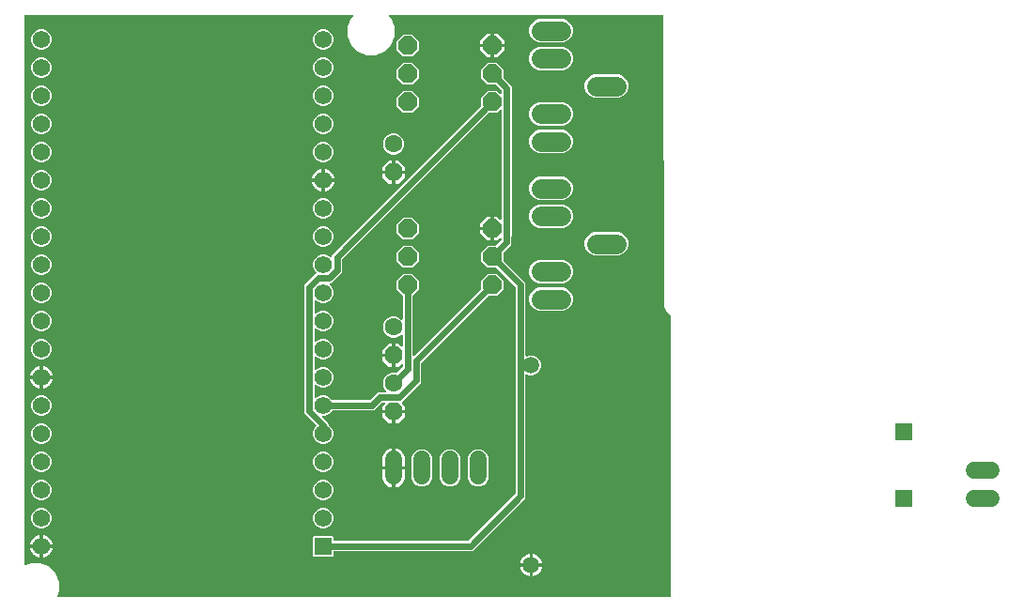
<source format=gbr>
G04 EAGLE Gerber RS-274X export*
G75*
%MOMM*%
%FSLAX34Y34*%
%LPD*%
%INBottom Copper*%
%IPPOS*%
%AMOC8*
5,1,8,0,0,1.08239X$1,22.5*%
G01*
%ADD10C,1.600200*%
%ADD11P,1.732040X8X292.500000*%
%ADD12P,1.814519X8X22.500000*%
%ADD13P,1.814519X8X202.500000*%
%ADD14C,1.524000*%
%ADD15R,1.560000X1.560000*%
%ADD16C,1.560000*%
%ADD17R,1.508000X1.508000*%
%ADD18C,1.508000*%
%ADD19C,1.800000*%
%ADD20C,0.609600*%

G36*
X591840Y10164D02*
X591840Y10164D01*
X591859Y10162D01*
X591961Y10184D01*
X592063Y10200D01*
X592080Y10210D01*
X592100Y10214D01*
X592189Y10267D01*
X592280Y10316D01*
X592294Y10330D01*
X592311Y10340D01*
X592378Y10419D01*
X592450Y10494D01*
X592458Y10512D01*
X592471Y10527D01*
X592510Y10623D01*
X592553Y10717D01*
X592555Y10737D01*
X592563Y10755D01*
X592581Y10922D01*
X592581Y263954D01*
X592567Y264044D01*
X592559Y264135D01*
X592547Y264165D01*
X592542Y264197D01*
X592499Y264277D01*
X592463Y264361D01*
X592437Y264393D01*
X592426Y264414D01*
X592403Y264436D01*
X592358Y264492D01*
X589726Y267125D01*
X589725Y267125D01*
X589724Y267126D01*
X588292Y268551D01*
X587519Y270417D01*
X587518Y270418D01*
X587518Y270419D01*
X586739Y272284D01*
X586739Y274306D01*
X586739Y274307D01*
X586739Y274308D01*
X586010Y535080D01*
X586007Y535099D01*
X586009Y535117D01*
X585987Y535219D01*
X585969Y535323D01*
X585961Y535339D01*
X585957Y535358D01*
X585903Y535448D01*
X585854Y535540D01*
X585840Y535553D01*
X585830Y535569D01*
X585751Y535637D01*
X585675Y535709D01*
X585658Y535717D01*
X585643Y535729D01*
X585546Y535768D01*
X585452Y535812D01*
X585433Y535814D01*
X585415Y535821D01*
X585249Y535839D01*
X339558Y535839D01*
X339487Y535828D01*
X339415Y535826D01*
X339366Y535808D01*
X339315Y535800D01*
X339252Y535766D01*
X339184Y535741D01*
X339144Y535709D01*
X339098Y535684D01*
X339048Y535632D01*
X338992Y535588D01*
X338964Y535544D01*
X338928Y535506D01*
X338898Y535441D01*
X338859Y535381D01*
X338847Y535330D01*
X338825Y535283D01*
X338817Y535212D01*
X338799Y535142D01*
X338803Y535090D01*
X338798Y535039D01*
X338813Y534968D01*
X338818Y534897D01*
X338839Y534849D01*
X338850Y534798D01*
X338887Y534737D01*
X338915Y534671D01*
X338960Y534615D01*
X338976Y534587D01*
X338994Y534572D01*
X339020Y534540D01*
X340731Y532828D01*
X343991Y524959D01*
X343991Y516441D01*
X340731Y508572D01*
X334708Y502549D01*
X326839Y499289D01*
X318321Y499289D01*
X310452Y502549D01*
X304429Y508572D01*
X301169Y516441D01*
X301169Y524959D01*
X304429Y532828D01*
X306140Y534540D01*
X306182Y534598D01*
X306232Y534650D01*
X306254Y534697D01*
X306284Y534739D01*
X306305Y534808D01*
X306335Y534873D01*
X306341Y534925D01*
X306356Y534975D01*
X306354Y535046D01*
X306362Y535117D01*
X306351Y535168D01*
X306350Y535220D01*
X306325Y535288D01*
X306310Y535358D01*
X306283Y535403D01*
X306265Y535451D01*
X306221Y535507D01*
X306184Y535569D01*
X306144Y535603D01*
X306112Y535643D01*
X306051Y535682D01*
X305997Y535729D01*
X305949Y535748D01*
X305905Y535776D01*
X305835Y535794D01*
X305769Y535821D01*
X305697Y535829D01*
X305666Y535837D01*
X305643Y535835D01*
X305602Y535839D01*
X10922Y535839D01*
X10902Y535836D01*
X10883Y535838D01*
X10781Y535816D01*
X10679Y535800D01*
X10662Y535790D01*
X10642Y535786D01*
X10553Y535733D01*
X10462Y535684D01*
X10448Y535670D01*
X10431Y535660D01*
X10364Y535581D01*
X10292Y535506D01*
X10284Y535488D01*
X10271Y535473D01*
X10232Y535377D01*
X10189Y535283D01*
X10187Y535263D01*
X10179Y535245D01*
X10161Y535078D01*
X10161Y40239D01*
X10168Y40193D01*
X10166Y40147D01*
X10188Y40073D01*
X10200Y39996D01*
X10222Y39955D01*
X10235Y39911D01*
X10279Y39847D01*
X10316Y39778D01*
X10349Y39747D01*
X10375Y39709D01*
X10438Y39663D01*
X10494Y39609D01*
X10536Y39590D01*
X10572Y39562D01*
X10646Y39538D01*
X10717Y39505D01*
X10763Y39500D01*
X10806Y39486D01*
X10884Y39487D01*
X10961Y39478D01*
X11006Y39488D01*
X11052Y39489D01*
X11184Y39527D01*
X11202Y39531D01*
X11206Y39533D01*
X11213Y39535D01*
X15741Y41411D01*
X24259Y41411D01*
X32128Y38151D01*
X38151Y32128D01*
X41411Y24259D01*
X41411Y15741D01*
X39535Y11213D01*
X39525Y11169D01*
X39505Y11127D01*
X39497Y11050D01*
X39479Y10974D01*
X39483Y10928D01*
X39478Y10883D01*
X39495Y10806D01*
X39502Y10729D01*
X39521Y10687D01*
X39531Y10642D01*
X39571Y10575D01*
X39602Y10504D01*
X39633Y10470D01*
X39657Y10431D01*
X39716Y10380D01*
X39769Y10323D01*
X39809Y10301D01*
X39844Y10271D01*
X39916Y10242D01*
X39984Y10205D01*
X40029Y10196D01*
X40072Y10179D01*
X40208Y10164D01*
X40226Y10161D01*
X40231Y10162D01*
X40239Y10161D01*
X591820Y10161D01*
X591840Y10164D01*
G37*
%LPC*%
G36*
X270968Y47075D02*
X270968Y47075D01*
X270075Y47968D01*
X270075Y64832D01*
X270968Y65725D01*
X287832Y65725D01*
X288725Y64832D01*
X288725Y61734D01*
X288728Y61714D01*
X288726Y61695D01*
X288748Y61593D01*
X288764Y61491D01*
X288774Y61474D01*
X288778Y61454D01*
X288831Y61365D01*
X288880Y61274D01*
X288894Y61260D01*
X288904Y61243D01*
X288983Y61176D01*
X289058Y61104D01*
X289076Y61096D01*
X289091Y61083D01*
X289187Y61044D01*
X289281Y61001D01*
X289301Y60999D01*
X289319Y60991D01*
X289486Y60973D01*
X409791Y60973D01*
X409881Y60987D01*
X409972Y60995D01*
X410001Y61007D01*
X410033Y61012D01*
X410114Y61055D01*
X410198Y61091D01*
X410230Y61117D01*
X410251Y61128D01*
X410273Y61151D01*
X410329Y61196D01*
X452404Y103271D01*
X452448Y103333D01*
X452481Y103366D01*
X452486Y103379D01*
X452517Y103415D01*
X452529Y103445D01*
X452548Y103471D01*
X452575Y103558D01*
X452609Y103643D01*
X452613Y103684D01*
X452620Y103706D01*
X452619Y103738D01*
X452627Y103809D01*
X452627Y289891D01*
X452613Y289981D01*
X452605Y290072D01*
X452593Y290101D01*
X452588Y290133D01*
X452545Y290214D01*
X452509Y290298D01*
X452483Y290330D01*
X452472Y290351D01*
X452449Y290373D01*
X452404Y290429D01*
X435463Y307370D01*
X435389Y307423D01*
X435319Y307483D01*
X435289Y307495D01*
X435263Y307514D01*
X435176Y307541D01*
X435091Y307575D01*
X435050Y307579D01*
X435028Y307586D01*
X434996Y307585D01*
X434925Y307593D01*
X427696Y307593D01*
X421893Y313396D01*
X421893Y321604D01*
X427696Y327407D01*
X434925Y327407D01*
X435015Y327421D01*
X435106Y327429D01*
X435135Y327441D01*
X435167Y327446D01*
X435248Y327489D01*
X435332Y327525D01*
X435364Y327551D01*
X435385Y327562D01*
X435407Y327585D01*
X435463Y327630D01*
X439704Y331871D01*
X439757Y331945D01*
X439817Y332015D01*
X439829Y332045D01*
X439848Y332071D01*
X439875Y332158D01*
X439909Y332243D01*
X439913Y332284D01*
X439920Y332306D01*
X439919Y332338D01*
X439927Y332409D01*
X439927Y333742D01*
X439916Y333813D01*
X439914Y333885D01*
X439896Y333934D01*
X439888Y333985D01*
X439854Y334048D01*
X439829Y334116D01*
X439797Y334156D01*
X439772Y334203D01*
X439720Y334252D01*
X439676Y334308D01*
X439632Y334336D01*
X439594Y334372D01*
X439529Y334402D01*
X439469Y334441D01*
X439418Y334454D01*
X439371Y334476D01*
X439300Y334483D01*
X439230Y334501D01*
X439178Y334497D01*
X439127Y334503D01*
X439056Y334487D01*
X438985Y334482D01*
X438937Y334461D01*
X438886Y334450D01*
X438825Y334414D01*
X438759Y334385D01*
X438703Y334341D01*
X438675Y334324D01*
X438660Y334306D01*
X438628Y334281D01*
X436324Y331977D01*
X433323Y331977D01*
X433323Y342138D01*
X433320Y342158D01*
X433322Y342177D01*
X433300Y342279D01*
X433283Y342381D01*
X433274Y342398D01*
X433270Y342418D01*
X433217Y342507D01*
X433168Y342598D01*
X433154Y342612D01*
X433144Y342629D01*
X433065Y342696D01*
X432990Y342767D01*
X432972Y342776D01*
X432957Y342789D01*
X432861Y342827D01*
X432767Y342871D01*
X432747Y342873D01*
X432729Y342881D01*
X432562Y342899D01*
X431799Y342899D01*
X431799Y342901D01*
X432562Y342901D01*
X432582Y342904D01*
X432601Y342902D01*
X432703Y342924D01*
X432805Y342941D01*
X432822Y342950D01*
X432842Y342954D01*
X432931Y343007D01*
X433022Y343056D01*
X433036Y343070D01*
X433053Y343080D01*
X433120Y343159D01*
X433191Y343234D01*
X433200Y343252D01*
X433213Y343267D01*
X433252Y343363D01*
X433295Y343457D01*
X433297Y343477D01*
X433305Y343495D01*
X433323Y343662D01*
X433323Y353823D01*
X436324Y353823D01*
X438882Y351265D01*
X438940Y351223D01*
X438992Y351174D01*
X439039Y351152D01*
X439081Y351122D01*
X439150Y351101D01*
X439215Y351070D01*
X439267Y351065D01*
X439317Y351049D01*
X439388Y351051D01*
X439459Y351043D01*
X439510Y351054D01*
X439562Y351056D01*
X439630Y351080D01*
X439700Y351096D01*
X439745Y351122D01*
X439793Y351140D01*
X439849Y351185D01*
X439911Y351222D01*
X439945Y351261D01*
X439985Y351294D01*
X440024Y351354D01*
X440071Y351409D01*
X440090Y351457D01*
X440118Y351501D01*
X440136Y351570D01*
X440163Y351637D01*
X440171Y351708D01*
X440179Y351739D01*
X440177Y351763D01*
X440181Y351804D01*
X440181Y449733D01*
X440170Y449804D01*
X440168Y449876D01*
X440150Y449925D01*
X440142Y449976D01*
X440108Y450039D01*
X440083Y450107D01*
X440051Y450147D01*
X440026Y450193D01*
X439974Y450243D01*
X439930Y450299D01*
X439886Y450327D01*
X439848Y450363D01*
X439783Y450393D01*
X439723Y450432D01*
X439672Y450444D01*
X439625Y450466D01*
X439554Y450474D01*
X439484Y450492D01*
X439432Y450488D01*
X439381Y450493D01*
X439310Y450478D01*
X439239Y450473D01*
X439191Y450452D01*
X439140Y450441D01*
X439079Y450404D01*
X439013Y450376D01*
X438957Y450332D01*
X438929Y450315D01*
X438914Y450297D01*
X438882Y450272D01*
X435904Y447293D01*
X428675Y447293D01*
X428585Y447279D01*
X428494Y447271D01*
X428465Y447259D01*
X428433Y447254D01*
X428352Y447211D01*
X428268Y447175D01*
X428236Y447149D01*
X428215Y447138D01*
X428193Y447115D01*
X428137Y447070D01*
X296568Y315501D01*
X296515Y315427D01*
X296455Y315357D01*
X296443Y315327D01*
X296424Y315301D01*
X296397Y315214D01*
X296363Y315129D01*
X296359Y315088D01*
X296352Y315066D01*
X296353Y315034D01*
X296345Y314963D01*
X296345Y303381D01*
X286419Y293455D01*
X285970Y293455D01*
X285899Y293444D01*
X285827Y293442D01*
X285778Y293424D01*
X285727Y293416D01*
X285664Y293382D01*
X285596Y293357D01*
X285556Y293325D01*
X285510Y293300D01*
X285460Y293248D01*
X285404Y293204D01*
X285376Y293160D01*
X285340Y293122D01*
X285310Y293057D01*
X285271Y292997D01*
X285259Y292946D01*
X285237Y292899D01*
X285229Y292828D01*
X285211Y292758D01*
X285215Y292706D01*
X285209Y292655D01*
X285225Y292584D01*
X285230Y292513D01*
X285251Y292465D01*
X285262Y292414D01*
X285299Y292353D01*
X285327Y292287D01*
X285371Y292231D01*
X285388Y292203D01*
X285406Y292188D01*
X285431Y292156D01*
X287305Y290282D01*
X288725Y286855D01*
X288725Y283145D01*
X287305Y279718D01*
X284682Y277095D01*
X281255Y275675D01*
X277545Y275675D01*
X274118Y277095D01*
X272900Y278313D01*
X272842Y278354D01*
X272790Y278404D01*
X272743Y278426D01*
X272701Y278456D01*
X272632Y278477D01*
X272567Y278507D01*
X272515Y278513D01*
X272465Y278528D01*
X272394Y278527D01*
X272323Y278535D01*
X272272Y278523D01*
X272220Y278522D01*
X272152Y278497D01*
X272082Y278482D01*
X272037Y278456D01*
X271989Y278438D01*
X271933Y278393D01*
X271871Y278356D01*
X271837Y278317D01*
X271797Y278284D01*
X271758Y278224D01*
X271711Y278169D01*
X271692Y278121D01*
X271664Y278077D01*
X271646Y278008D01*
X271619Y277941D01*
X271611Y277870D01*
X271603Y277839D01*
X271605Y277815D01*
X271601Y277774D01*
X271601Y266826D01*
X271612Y266755D01*
X271614Y266683D01*
X271632Y266634D01*
X271640Y266583D01*
X271674Y266520D01*
X271699Y266452D01*
X271731Y266412D01*
X271756Y266366D01*
X271808Y266316D01*
X271852Y266260D01*
X271896Y266232D01*
X271934Y266196D01*
X271999Y266166D01*
X272059Y266127D01*
X272110Y266115D01*
X272157Y266093D01*
X272228Y266085D01*
X272298Y266067D01*
X272350Y266071D01*
X272401Y266065D01*
X272472Y266081D01*
X272543Y266086D01*
X272591Y266107D01*
X272642Y266118D01*
X272703Y266155D01*
X272769Y266183D01*
X272825Y266227D01*
X272853Y266244D01*
X272868Y266262D01*
X272900Y266287D01*
X274118Y267505D01*
X277545Y268925D01*
X281255Y268925D01*
X284682Y267505D01*
X287305Y264882D01*
X288725Y261455D01*
X288725Y257745D01*
X287305Y254318D01*
X284682Y251695D01*
X281255Y250275D01*
X277545Y250275D01*
X274118Y251695D01*
X272900Y252913D01*
X272842Y252954D01*
X272790Y253004D01*
X272743Y253026D01*
X272701Y253056D01*
X272632Y253077D01*
X272567Y253107D01*
X272515Y253113D01*
X272465Y253128D01*
X272394Y253127D01*
X272323Y253135D01*
X272272Y253123D01*
X272220Y253122D01*
X272152Y253097D01*
X272082Y253082D01*
X272037Y253056D01*
X271989Y253038D01*
X271933Y252993D01*
X271871Y252956D01*
X271837Y252917D01*
X271797Y252884D01*
X271758Y252824D01*
X271711Y252769D01*
X271692Y252721D01*
X271664Y252677D01*
X271646Y252608D01*
X271619Y252541D01*
X271611Y252470D01*
X271603Y252439D01*
X271605Y252415D01*
X271601Y252374D01*
X271601Y241426D01*
X271612Y241355D01*
X271614Y241283D01*
X271632Y241234D01*
X271640Y241183D01*
X271674Y241120D01*
X271699Y241052D01*
X271731Y241012D01*
X271756Y240966D01*
X271808Y240916D01*
X271852Y240860D01*
X271896Y240832D01*
X271934Y240796D01*
X271999Y240766D01*
X272059Y240727D01*
X272110Y240715D01*
X272157Y240693D01*
X272228Y240685D01*
X272298Y240667D01*
X272350Y240671D01*
X272401Y240665D01*
X272472Y240681D01*
X272543Y240686D01*
X272591Y240707D01*
X272642Y240718D01*
X272703Y240755D01*
X272769Y240783D01*
X272825Y240827D01*
X272853Y240844D01*
X272868Y240862D01*
X272900Y240887D01*
X274118Y242105D01*
X277545Y243525D01*
X281255Y243525D01*
X284682Y242105D01*
X287305Y239482D01*
X288725Y236055D01*
X288725Y232345D01*
X287305Y228918D01*
X284682Y226295D01*
X281255Y224875D01*
X277545Y224875D01*
X274118Y226295D01*
X272900Y227513D01*
X272842Y227554D01*
X272790Y227604D01*
X272743Y227626D01*
X272701Y227656D01*
X272632Y227677D01*
X272567Y227707D01*
X272515Y227713D01*
X272465Y227728D01*
X272394Y227727D01*
X272323Y227735D01*
X272272Y227723D01*
X272220Y227722D01*
X272152Y227697D01*
X272082Y227682D01*
X272037Y227656D01*
X271989Y227638D01*
X271933Y227593D01*
X271871Y227556D01*
X271837Y227517D01*
X271797Y227484D01*
X271758Y227424D01*
X271711Y227369D01*
X271692Y227321D01*
X271664Y227277D01*
X271646Y227208D01*
X271619Y227141D01*
X271611Y227070D01*
X271603Y227039D01*
X271605Y227015D01*
X271601Y226974D01*
X271601Y216026D01*
X271612Y215955D01*
X271614Y215883D01*
X271632Y215834D01*
X271640Y215783D01*
X271674Y215720D01*
X271699Y215652D01*
X271731Y215612D01*
X271756Y215566D01*
X271808Y215516D01*
X271852Y215460D01*
X271896Y215432D01*
X271934Y215396D01*
X271999Y215366D01*
X272059Y215327D01*
X272110Y215315D01*
X272157Y215293D01*
X272228Y215285D01*
X272298Y215267D01*
X272350Y215271D01*
X272401Y215265D01*
X272472Y215281D01*
X272543Y215286D01*
X272591Y215307D01*
X272642Y215318D01*
X272703Y215355D01*
X272769Y215383D01*
X272825Y215427D01*
X272853Y215444D01*
X272868Y215462D01*
X272900Y215487D01*
X274118Y216705D01*
X277545Y218125D01*
X281255Y218125D01*
X284682Y216705D01*
X287305Y214082D01*
X288725Y210655D01*
X288725Y206945D01*
X287305Y203518D01*
X284682Y200895D01*
X281255Y199475D01*
X277545Y199475D01*
X274118Y200895D01*
X272900Y202113D01*
X272842Y202154D01*
X272790Y202204D01*
X272743Y202226D01*
X272701Y202256D01*
X272632Y202277D01*
X272567Y202307D01*
X272515Y202313D01*
X272465Y202328D01*
X272394Y202327D01*
X272323Y202335D01*
X272272Y202323D01*
X272220Y202322D01*
X272152Y202297D01*
X272082Y202282D01*
X272037Y202256D01*
X271989Y202238D01*
X271933Y202193D01*
X271871Y202156D01*
X271837Y202117D01*
X271797Y202084D01*
X271758Y202024D01*
X271711Y201969D01*
X271692Y201921D01*
X271664Y201877D01*
X271646Y201808D01*
X271619Y201741D01*
X271611Y201670D01*
X271603Y201639D01*
X271605Y201615D01*
X271601Y201574D01*
X271601Y190626D01*
X271612Y190555D01*
X271614Y190483D01*
X271632Y190434D01*
X271640Y190383D01*
X271674Y190320D01*
X271699Y190252D01*
X271731Y190212D01*
X271756Y190166D01*
X271808Y190116D01*
X271852Y190060D01*
X271896Y190032D01*
X271934Y189996D01*
X271999Y189966D01*
X272059Y189927D01*
X272110Y189915D01*
X272157Y189893D01*
X272228Y189885D01*
X272298Y189867D01*
X272350Y189871D01*
X272401Y189865D01*
X272472Y189881D01*
X272543Y189886D01*
X272591Y189907D01*
X272642Y189918D01*
X272703Y189955D01*
X272769Y189983D01*
X272825Y190027D01*
X272853Y190044D01*
X272868Y190062D01*
X272900Y190087D01*
X274118Y191305D01*
X277545Y192725D01*
X281255Y192725D01*
X284682Y191305D01*
X287305Y188682D01*
X287404Y188443D01*
X287466Y188343D01*
X287526Y188243D01*
X287531Y188239D01*
X287534Y188234D01*
X287624Y188159D01*
X287713Y188083D01*
X287719Y188081D01*
X287723Y188077D01*
X287832Y188035D01*
X287941Y187991D01*
X287948Y187990D01*
X287953Y187989D01*
X287971Y187988D01*
X288108Y187973D01*
X320891Y187973D01*
X320981Y187987D01*
X321072Y187995D01*
X321101Y188007D01*
X321133Y188012D01*
X321214Y188055D01*
X321298Y188091D01*
X321330Y188117D01*
X321351Y188128D01*
X321373Y188151D01*
X321429Y188196D01*
X328433Y195200D01*
X335591Y195200D01*
X335662Y195211D01*
X335733Y195213D01*
X335782Y195231D01*
X335834Y195239D01*
X335897Y195273D01*
X335964Y195298D01*
X336005Y195330D01*
X336051Y195355D01*
X336101Y195407D01*
X336157Y195451D01*
X336185Y195495D01*
X336221Y195533D01*
X336251Y195598D01*
X336290Y195658D01*
X336302Y195709D01*
X336324Y195756D01*
X336332Y195827D01*
X336350Y195897D01*
X336346Y195949D01*
X336351Y196000D01*
X336336Y196071D01*
X336330Y196142D01*
X336310Y196190D01*
X336299Y196241D01*
X336262Y196302D01*
X336234Y196368D01*
X336189Y196424D01*
X336173Y196452D01*
X336155Y196467D01*
X336129Y196499D01*
X334824Y197804D01*
X333374Y201305D01*
X333374Y205095D01*
X334824Y208596D01*
X337504Y211276D01*
X341005Y212726D01*
X344795Y212726D01*
X345148Y212579D01*
X345262Y212553D01*
X345375Y212524D01*
X345381Y212525D01*
X345387Y212523D01*
X345504Y212534D01*
X345620Y212543D01*
X345626Y212546D01*
X345632Y212546D01*
X345740Y212594D01*
X345847Y212640D01*
X345852Y212644D01*
X345857Y212646D01*
X345871Y212659D01*
X345978Y212744D01*
X350804Y217571D01*
X350857Y217645D01*
X350917Y217715D01*
X350929Y217745D01*
X350948Y217771D01*
X350975Y217858D01*
X351009Y217943D01*
X351013Y217984D01*
X351020Y218006D01*
X351019Y218038D01*
X351027Y218109D01*
X351027Y219981D01*
X351016Y220052D01*
X351014Y220124D01*
X350996Y220173D01*
X350988Y220224D01*
X350954Y220287D01*
X350929Y220355D01*
X350897Y220395D01*
X350872Y220441D01*
X350820Y220491D01*
X350776Y220547D01*
X350732Y220575D01*
X350694Y220611D01*
X350629Y220641D01*
X350569Y220680D01*
X350518Y220692D01*
X350471Y220714D01*
X350400Y220722D01*
X350330Y220740D01*
X350278Y220736D01*
X350227Y220741D01*
X350156Y220726D01*
X350085Y220721D01*
X350037Y220700D01*
X349986Y220689D01*
X349925Y220652D01*
X349859Y220624D01*
X349803Y220580D01*
X349775Y220563D01*
X349760Y220545D01*
X349728Y220520D01*
X347267Y218058D01*
X344423Y218058D01*
X344423Y227838D01*
X344420Y227858D01*
X344422Y227877D01*
X344400Y227979D01*
X344383Y228081D01*
X344374Y228098D01*
X344370Y228118D01*
X344317Y228207D01*
X344268Y228298D01*
X344254Y228312D01*
X344244Y228329D01*
X344165Y228396D01*
X344090Y228467D01*
X344072Y228476D01*
X344057Y228489D01*
X343961Y228527D01*
X343867Y228571D01*
X343847Y228573D01*
X343829Y228581D01*
X343662Y228599D01*
X342899Y228599D01*
X342899Y228601D01*
X343662Y228601D01*
X343682Y228604D01*
X343701Y228602D01*
X343803Y228624D01*
X343905Y228641D01*
X343922Y228650D01*
X343942Y228654D01*
X344031Y228707D01*
X344122Y228756D01*
X344136Y228770D01*
X344153Y228780D01*
X344220Y228859D01*
X344291Y228934D01*
X344300Y228952D01*
X344313Y228967D01*
X344352Y229063D01*
X344395Y229157D01*
X344397Y229177D01*
X344405Y229195D01*
X344423Y229362D01*
X344423Y239142D01*
X347267Y239142D01*
X349728Y236680D01*
X349786Y236639D01*
X349838Y236589D01*
X349885Y236567D01*
X349927Y236537D01*
X349996Y236516D01*
X350061Y236486D01*
X350113Y236480D01*
X350163Y236465D01*
X350234Y236466D01*
X350305Y236459D01*
X350356Y236470D01*
X350408Y236471D01*
X350476Y236496D01*
X350546Y236511D01*
X350591Y236538D01*
X350639Y236555D01*
X350695Y236600D01*
X350757Y236637D01*
X350791Y236677D01*
X350831Y236709D01*
X350870Y236769D01*
X350917Y236824D01*
X350936Y236872D01*
X350964Y236916D01*
X350982Y236985D01*
X351009Y237052D01*
X351017Y237123D01*
X351025Y237155D01*
X351023Y237178D01*
X351027Y237219D01*
X351027Y246818D01*
X351016Y246889D01*
X351014Y246960D01*
X350996Y247009D01*
X350988Y247061D01*
X350954Y247124D01*
X350929Y247191D01*
X350897Y247232D01*
X350872Y247278D01*
X350820Y247328D01*
X350776Y247384D01*
X350732Y247412D01*
X350694Y247448D01*
X350629Y247478D01*
X350569Y247517D01*
X350518Y247529D01*
X350471Y247551D01*
X350400Y247559D01*
X350330Y247577D01*
X350278Y247573D01*
X350227Y247578D01*
X350156Y247563D01*
X350085Y247557D01*
X350037Y247537D01*
X349986Y247526D01*
X349925Y247489D01*
X349859Y247461D01*
X349803Y247416D01*
X349775Y247400D01*
X349760Y247382D01*
X349728Y247356D01*
X348296Y245924D01*
X344795Y244474D01*
X341005Y244474D01*
X337504Y245924D01*
X334824Y248604D01*
X333374Y252105D01*
X333374Y255895D01*
X334824Y259396D01*
X337504Y262076D01*
X341005Y263526D01*
X344795Y263526D01*
X348296Y262076D01*
X349728Y260644D01*
X349786Y260602D01*
X349838Y260552D01*
X349885Y260531D01*
X349927Y260500D01*
X349996Y260479D01*
X350061Y260449D01*
X350113Y260443D01*
X350163Y260428D01*
X350234Y260430D01*
X350305Y260422D01*
X350356Y260433D01*
X350408Y260434D01*
X350476Y260459D01*
X350546Y260474D01*
X350591Y260501D01*
X350639Y260519D01*
X350695Y260563D01*
X350757Y260600D01*
X350791Y260640D01*
X350831Y260672D01*
X350870Y260733D01*
X350917Y260787D01*
X350936Y260835D01*
X350964Y260879D01*
X350982Y260949D01*
X351009Y261015D01*
X351017Y261087D01*
X351025Y261118D01*
X351023Y261141D01*
X351027Y261182D01*
X351027Y282347D01*
X351013Y282437D01*
X351005Y282528D01*
X350993Y282558D01*
X350988Y282590D01*
X350945Y282671D01*
X350909Y282755D01*
X350883Y282787D01*
X350872Y282807D01*
X350849Y282830D01*
X350804Y282885D01*
X345693Y287996D01*
X345693Y296204D01*
X351496Y302007D01*
X359704Y302007D01*
X365507Y296204D01*
X365507Y287996D01*
X360396Y282885D01*
X360343Y282811D01*
X360283Y282742D01*
X360271Y282712D01*
X360252Y282686D01*
X360225Y282599D01*
X360191Y282514D01*
X360187Y282473D01*
X360180Y282451D01*
X360181Y282418D01*
X360173Y282347D01*
X360173Y228777D01*
X360184Y228707D01*
X360186Y228635D01*
X360204Y228586D01*
X360212Y228535D01*
X360246Y228471D01*
X360271Y228404D01*
X360303Y228363D01*
X360328Y228317D01*
X360380Y228268D01*
X360424Y228212D01*
X360468Y228184D01*
X360506Y228148D01*
X360571Y228118D01*
X360631Y228079D01*
X360682Y228066D01*
X360729Y228044D01*
X360800Y228036D01*
X360870Y228019D01*
X360922Y228023D01*
X360973Y228017D01*
X361044Y228032D01*
X361115Y228038D01*
X361163Y228058D01*
X361214Y228069D01*
X361275Y228106D01*
X361341Y228134D01*
X361397Y228179D01*
X361425Y228196D01*
X361440Y228213D01*
X361472Y228239D01*
X361549Y228316D01*
X421670Y288437D01*
X421723Y288511D01*
X421783Y288581D01*
X421795Y288611D01*
X421814Y288637D01*
X421841Y288724D01*
X421875Y288809D01*
X421879Y288850D01*
X421886Y288872D01*
X421885Y288904D01*
X421893Y288975D01*
X421893Y296204D01*
X427696Y302007D01*
X435904Y302007D01*
X441707Y296204D01*
X441707Y287996D01*
X435904Y282193D01*
X428675Y282193D01*
X428585Y282179D01*
X428494Y282171D01*
X428465Y282159D01*
X428433Y282154D01*
X428352Y282111D01*
X428268Y282075D01*
X428236Y282049D01*
X428215Y282038D01*
X428193Y282015D01*
X428137Y281970D01*
X368016Y221849D01*
X367963Y221775D01*
X367903Y221705D01*
X367891Y221675D01*
X367872Y221649D01*
X367845Y221562D01*
X367811Y221477D01*
X367807Y221436D01*
X367800Y221414D01*
X367801Y221382D01*
X367793Y221311D01*
X367793Y203845D01*
X364891Y200943D01*
X350316Y186369D01*
X350305Y186352D01*
X350289Y186340D01*
X350233Y186253D01*
X350173Y186169D01*
X350167Y186150D01*
X350156Y186133D01*
X350131Y186032D01*
X350100Y185934D01*
X350101Y185914D01*
X350096Y185894D01*
X350104Y185791D01*
X350107Y185688D01*
X350114Y185669D01*
X350115Y185649D01*
X350156Y185554D01*
X350191Y185457D01*
X350204Y185441D01*
X350211Y185423D01*
X350316Y185292D01*
X353442Y182167D01*
X353442Y179323D01*
X343662Y179323D01*
X343642Y179320D01*
X343623Y179322D01*
X343521Y179300D01*
X343419Y179283D01*
X343402Y179274D01*
X343382Y179270D01*
X343293Y179217D01*
X343202Y179168D01*
X343188Y179154D01*
X343171Y179144D01*
X343104Y179065D01*
X343033Y178990D01*
X343024Y178972D01*
X343011Y178957D01*
X342973Y178861D01*
X342929Y178767D01*
X342927Y178747D01*
X342919Y178729D01*
X342901Y178562D01*
X342901Y177799D01*
X342899Y177799D01*
X342899Y178562D01*
X342896Y178582D01*
X342898Y178601D01*
X342876Y178703D01*
X342859Y178805D01*
X342850Y178822D01*
X342846Y178842D01*
X342793Y178931D01*
X342744Y179022D01*
X342730Y179036D01*
X342720Y179053D01*
X342641Y179120D01*
X342566Y179191D01*
X342548Y179200D01*
X342533Y179213D01*
X342437Y179252D01*
X342343Y179295D01*
X342323Y179297D01*
X342305Y179305D01*
X342138Y179323D01*
X332358Y179323D01*
X332358Y182167D01*
X334947Y184755D01*
X334988Y184813D01*
X335038Y184865D01*
X335060Y184912D01*
X335090Y184954D01*
X335111Y185023D01*
X335141Y185088D01*
X335147Y185140D01*
X335162Y185190D01*
X335161Y185261D01*
X335168Y185332D01*
X335157Y185383D01*
X335156Y185435D01*
X335131Y185503D01*
X335116Y185573D01*
X335089Y185618D01*
X335072Y185666D01*
X335027Y185722D01*
X334990Y185784D01*
X334950Y185818D01*
X334918Y185858D01*
X334858Y185897D01*
X334803Y185944D01*
X334755Y185963D01*
X334711Y185991D01*
X334642Y186009D01*
X334575Y186036D01*
X334504Y186044D01*
X334472Y186052D01*
X334449Y186050D01*
X334408Y186054D01*
X332536Y186054D01*
X332446Y186040D01*
X332355Y186032D01*
X332326Y186020D01*
X332294Y186015D01*
X332213Y185972D01*
X332129Y185936D01*
X332097Y185910D01*
X332076Y185899D01*
X332054Y185876D01*
X331998Y185831D01*
X324994Y178827D01*
X288108Y178827D01*
X287993Y178808D01*
X287877Y178791D01*
X287871Y178789D01*
X287865Y178788D01*
X287763Y178733D01*
X287657Y178680D01*
X287653Y178675D01*
X287647Y178672D01*
X287567Y178588D01*
X287485Y178504D01*
X287482Y178498D01*
X287478Y178494D01*
X287470Y178477D01*
X287404Y178357D01*
X287305Y178118D01*
X284682Y175495D01*
X281255Y174075D01*
X279533Y174075D01*
X279462Y174064D01*
X279390Y174062D01*
X279341Y174044D01*
X279290Y174036D01*
X279227Y174002D01*
X279159Y173977D01*
X279119Y173945D01*
X279073Y173920D01*
X279023Y173868D01*
X278967Y173824D01*
X278939Y173780D01*
X278903Y173742D01*
X278873Y173677D01*
X278834Y173617D01*
X278821Y173566D01*
X278800Y173519D01*
X278792Y173448D01*
X278774Y173378D01*
X278778Y173326D01*
X278772Y173275D01*
X278788Y173204D01*
X278793Y173133D01*
X278814Y173085D01*
X278825Y173034D01*
X278862Y172973D01*
X278890Y172907D01*
X278934Y172851D01*
X278951Y172823D01*
X278969Y172808D01*
X278994Y172776D01*
X283973Y167797D01*
X283973Y166708D01*
X283992Y166593D01*
X284009Y166477D01*
X284011Y166471D01*
X284012Y166465D01*
X284067Y166363D01*
X284120Y166257D01*
X284125Y166253D01*
X284128Y166247D01*
X284212Y166167D01*
X284296Y166085D01*
X284302Y166082D01*
X284306Y166078D01*
X284323Y166070D01*
X284443Y166004D01*
X284682Y165905D01*
X287305Y163282D01*
X288725Y159855D01*
X288725Y156145D01*
X287305Y152718D01*
X284682Y150095D01*
X281255Y148675D01*
X277545Y148675D01*
X274118Y150095D01*
X271495Y152718D01*
X270075Y156145D01*
X270075Y159855D01*
X271495Y163282D01*
X272986Y164774D01*
X272998Y164790D01*
X273014Y164802D01*
X273070Y164889D01*
X273130Y164973D01*
X273136Y164992D01*
X273147Y165009D01*
X273172Y165110D01*
X273202Y165208D01*
X273202Y165228D01*
X273207Y165248D01*
X273199Y165351D01*
X273196Y165454D01*
X273189Y165473D01*
X273188Y165493D01*
X273147Y165588D01*
X273111Y165685D01*
X273099Y165701D01*
X273091Y165719D01*
X272986Y165850D01*
X262455Y176381D01*
X262455Y292019D01*
X272986Y302550D01*
X272998Y302566D01*
X273014Y302579D01*
X273070Y302666D01*
X273130Y302750D01*
X273136Y302769D01*
X273147Y302785D01*
X273172Y302886D01*
X273202Y302985D01*
X273202Y303005D01*
X273207Y303024D01*
X273199Y303127D01*
X273196Y303231D01*
X273189Y303249D01*
X273187Y303269D01*
X273147Y303364D01*
X273111Y303462D01*
X273099Y303477D01*
X273091Y303495D01*
X272986Y303626D01*
X271495Y305118D01*
X270075Y308545D01*
X270075Y312255D01*
X271495Y315682D01*
X274118Y318305D01*
X277545Y319725D01*
X281255Y319725D01*
X284682Y318305D01*
X285900Y317087D01*
X285958Y317046D01*
X286010Y316996D01*
X286057Y316974D01*
X286099Y316944D01*
X286168Y316923D01*
X286233Y316893D01*
X286285Y316887D01*
X286335Y316872D01*
X286406Y316873D01*
X286477Y316865D01*
X286528Y316877D01*
X286580Y316878D01*
X286648Y316903D01*
X286718Y316918D01*
X286763Y316944D01*
X286811Y316962D01*
X286867Y317007D01*
X286929Y317044D01*
X286963Y317083D01*
X287003Y317116D01*
X287042Y317176D01*
X287089Y317231D01*
X287108Y317279D01*
X287136Y317323D01*
X287154Y317392D01*
X287181Y317459D01*
X287189Y317530D01*
X287197Y317561D01*
X287195Y317585D01*
X287199Y317626D01*
X287199Y319066D01*
X421670Y453537D01*
X421723Y453611D01*
X421783Y453681D01*
X421795Y453711D01*
X421814Y453737D01*
X421841Y453824D01*
X421875Y453909D01*
X421879Y453950D01*
X421886Y453972D01*
X421885Y454004D01*
X421893Y454075D01*
X421893Y461304D01*
X427696Y467107D01*
X435904Y467107D01*
X438882Y464128D01*
X438940Y464087D01*
X438992Y464037D01*
X439039Y464015D01*
X439081Y463985D01*
X439150Y463964D01*
X439215Y463934D01*
X439267Y463928D01*
X439317Y463913D01*
X439388Y463914D01*
X439459Y463907D01*
X439510Y463918D01*
X439562Y463919D01*
X439630Y463944D01*
X439700Y463959D01*
X439745Y463986D01*
X439793Y464003D01*
X439849Y464048D01*
X439911Y464085D01*
X439945Y464125D01*
X439985Y464157D01*
X440024Y464217D01*
X440071Y464272D01*
X440090Y464320D01*
X440118Y464364D01*
X440136Y464433D01*
X440163Y464500D01*
X440171Y464571D01*
X440179Y464603D01*
X440177Y464626D01*
X440181Y464667D01*
X440181Y467437D01*
X440167Y467527D01*
X440159Y467618D01*
X440147Y467647D01*
X440142Y467679D01*
X440099Y467760D01*
X440063Y467844D01*
X440037Y467876D01*
X440026Y467897D01*
X440003Y467919D01*
X439958Y467975D01*
X435463Y472470D01*
X435389Y472523D01*
X435319Y472583D01*
X435289Y472595D01*
X435263Y472614D01*
X435176Y472641D01*
X435091Y472675D01*
X435050Y472679D01*
X435028Y472686D01*
X434996Y472685D01*
X434925Y472693D01*
X427696Y472693D01*
X421893Y478496D01*
X421893Y486704D01*
X427696Y492507D01*
X435904Y492507D01*
X441707Y486704D01*
X441707Y479475D01*
X441721Y479385D01*
X441729Y479294D01*
X441741Y479265D01*
X441746Y479233D01*
X441789Y479152D01*
X441825Y479068D01*
X441851Y479036D01*
X441862Y479015D01*
X441885Y478993D01*
X441930Y478937D01*
X446425Y474442D01*
X449327Y471540D01*
X449327Y335640D01*
X449296Y335609D01*
X449243Y335535D01*
X449183Y335466D01*
X449171Y335436D01*
X449152Y335409D01*
X449125Y335322D01*
X449091Y335238D01*
X449087Y335197D01*
X449080Y335174D01*
X449081Y335142D01*
X449073Y335071D01*
X449073Y328306D01*
X441930Y321163D01*
X441877Y321089D01*
X441817Y321019D01*
X441805Y320989D01*
X441786Y320963D01*
X441759Y320876D01*
X441725Y320791D01*
X441721Y320750D01*
X441714Y320728D01*
X441715Y320696D01*
X441707Y320625D01*
X441707Y314375D01*
X441721Y314285D01*
X441729Y314194D01*
X441741Y314165D01*
X441746Y314133D01*
X441789Y314052D01*
X441825Y313968D01*
X441851Y313936D01*
X441862Y313915D01*
X441885Y313893D01*
X441930Y313837D01*
X461773Y293994D01*
X461773Y228312D01*
X461780Y228267D01*
X461778Y228221D01*
X461800Y228146D01*
X461812Y228069D01*
X461834Y228029D01*
X461847Y227985D01*
X461891Y227921D01*
X461928Y227852D01*
X461961Y227820D01*
X461987Y227783D01*
X462050Y227736D01*
X462106Y227682D01*
X462148Y227663D01*
X462184Y227636D01*
X462258Y227612D01*
X462329Y227579D01*
X462375Y227574D01*
X462418Y227560D01*
X462496Y227560D01*
X462573Y227552D01*
X462618Y227561D01*
X462664Y227562D01*
X462796Y227600D01*
X462814Y227604D01*
X462818Y227607D01*
X462825Y227609D01*
X465037Y228525D01*
X468643Y228525D01*
X471975Y227145D01*
X474525Y224595D01*
X475905Y221263D01*
X475905Y217657D01*
X474525Y214325D01*
X471975Y211775D01*
X468643Y210395D01*
X465037Y210395D01*
X462825Y211311D01*
X462781Y211322D01*
X462739Y211341D01*
X462662Y211350D01*
X462586Y211368D01*
X462540Y211363D01*
X462495Y211368D01*
X462418Y211352D01*
X462341Y211344D01*
X462299Y211326D01*
X462254Y211316D01*
X462187Y211276D01*
X462116Y211244D01*
X462082Y211213D01*
X462043Y211190D01*
X461992Y211131D01*
X461935Y211078D01*
X461913Y211038D01*
X461883Y211003D01*
X461854Y210931D01*
X461817Y210863D01*
X461808Y210817D01*
X461791Y210775D01*
X461776Y210639D01*
X461773Y210620D01*
X461774Y210615D01*
X461773Y210608D01*
X461773Y99706D01*
X413894Y51827D01*
X289486Y51827D01*
X289466Y51824D01*
X289447Y51826D01*
X289345Y51804D01*
X289243Y51788D01*
X289226Y51778D01*
X289206Y51774D01*
X289117Y51721D01*
X289026Y51672D01*
X289012Y51658D01*
X288995Y51648D01*
X288928Y51569D01*
X288856Y51494D01*
X288848Y51476D01*
X288835Y51461D01*
X288796Y51365D01*
X288753Y51271D01*
X288751Y51251D01*
X288743Y51233D01*
X288725Y51066D01*
X288725Y47968D01*
X287832Y47075D01*
X270968Y47075D01*
G37*
%LPD*%
%LPC*%
G36*
X523647Y318715D02*
X523647Y318715D01*
X519778Y320318D01*
X516818Y323278D01*
X515215Y327147D01*
X515215Y331333D01*
X516818Y335202D01*
X519778Y338162D01*
X523647Y339765D01*
X545833Y339765D01*
X549702Y338162D01*
X552662Y335202D01*
X554265Y331333D01*
X554265Y327147D01*
X552662Y323278D01*
X549702Y320318D01*
X545833Y318715D01*
X523647Y318715D01*
G37*
%LPD*%
%LPC*%
G36*
X473647Y343715D02*
X473647Y343715D01*
X469778Y345318D01*
X466818Y348278D01*
X465215Y352147D01*
X465215Y356333D01*
X466818Y360202D01*
X469778Y363162D01*
X473647Y364765D01*
X495833Y364765D01*
X499702Y363162D01*
X502662Y360202D01*
X504265Y356333D01*
X504265Y352147D01*
X502662Y348278D01*
X499702Y345318D01*
X495833Y343715D01*
X473647Y343715D01*
G37*
%LPD*%
%LPC*%
G36*
X473647Y435955D02*
X473647Y435955D01*
X469778Y437558D01*
X466818Y440518D01*
X465215Y444387D01*
X465215Y448573D01*
X466818Y452442D01*
X469778Y455402D01*
X473647Y457005D01*
X495833Y457005D01*
X499702Y455402D01*
X502662Y452442D01*
X504265Y448573D01*
X504265Y444387D01*
X502662Y440518D01*
X499702Y437558D01*
X495833Y435955D01*
X473647Y435955D01*
G37*
%LPD*%
%LPC*%
G36*
X473647Y268715D02*
X473647Y268715D01*
X469778Y270318D01*
X466818Y273278D01*
X465215Y277147D01*
X465215Y281333D01*
X466818Y285202D01*
X469778Y288162D01*
X473647Y289765D01*
X495833Y289765D01*
X499702Y288162D01*
X502662Y285202D01*
X504265Y281333D01*
X504265Y277147D01*
X502662Y273278D01*
X499702Y270318D01*
X495833Y268715D01*
X473647Y268715D01*
G37*
%LPD*%
%LPC*%
G36*
X473647Y368715D02*
X473647Y368715D01*
X469778Y370318D01*
X466818Y373278D01*
X465215Y377147D01*
X465215Y381333D01*
X466818Y385202D01*
X469778Y388162D01*
X473647Y389765D01*
X495833Y389765D01*
X499702Y388162D01*
X502662Y385202D01*
X504265Y381333D01*
X504265Y377147D01*
X502662Y373278D01*
X499702Y370318D01*
X495833Y368715D01*
X473647Y368715D01*
G37*
%LPD*%
%LPC*%
G36*
X473647Y293715D02*
X473647Y293715D01*
X469778Y295318D01*
X466818Y298278D01*
X465215Y302147D01*
X465215Y306333D01*
X466818Y310202D01*
X469778Y313162D01*
X473647Y314765D01*
X495833Y314765D01*
X499702Y313162D01*
X502662Y310202D01*
X504265Y306333D01*
X504265Y302147D01*
X502662Y298278D01*
X499702Y295318D01*
X495833Y293715D01*
X473647Y293715D01*
G37*
%LPD*%
%LPC*%
G36*
X473647Y485955D02*
X473647Y485955D01*
X469778Y487558D01*
X466818Y490518D01*
X465215Y494387D01*
X465215Y498573D01*
X466818Y502442D01*
X469778Y505402D01*
X473647Y507005D01*
X495833Y507005D01*
X499702Y505402D01*
X502662Y502442D01*
X504265Y498573D01*
X504265Y494387D01*
X502662Y490518D01*
X499702Y487558D01*
X495833Y485955D01*
X473647Y485955D01*
G37*
%LPD*%
%LPC*%
G36*
X523647Y460955D02*
X523647Y460955D01*
X519778Y462558D01*
X516818Y465518D01*
X515215Y469387D01*
X515215Y473573D01*
X516818Y477442D01*
X519778Y480402D01*
X523647Y482005D01*
X545833Y482005D01*
X549702Y480402D01*
X552662Y477442D01*
X554265Y473573D01*
X554265Y469387D01*
X552662Y465518D01*
X549702Y462558D01*
X545833Y460955D01*
X523647Y460955D01*
G37*
%LPD*%
%LPC*%
G36*
X473647Y510955D02*
X473647Y510955D01*
X469778Y512558D01*
X466818Y515518D01*
X465215Y519387D01*
X465215Y523573D01*
X466818Y527442D01*
X469778Y530402D01*
X473647Y532005D01*
X495833Y532005D01*
X499702Y530402D01*
X502662Y527442D01*
X504265Y523573D01*
X504265Y519387D01*
X502662Y515518D01*
X499702Y512558D01*
X495833Y510955D01*
X473647Y510955D01*
G37*
%LPD*%
%LPC*%
G36*
X473647Y410955D02*
X473647Y410955D01*
X469778Y412558D01*
X466818Y415518D01*
X465215Y419387D01*
X465215Y423573D01*
X466818Y427442D01*
X469778Y430402D01*
X473647Y432005D01*
X495833Y432005D01*
X499702Y430402D01*
X502662Y427442D01*
X504265Y423573D01*
X504265Y419387D01*
X502662Y415518D01*
X499702Y412558D01*
X495833Y410955D01*
X473647Y410955D01*
G37*
%LPD*%
%LPC*%
G36*
X391881Y110235D02*
X391881Y110235D01*
X388520Y111627D01*
X385947Y114200D01*
X384555Y117561D01*
X384555Y136439D01*
X385947Y139800D01*
X388520Y142373D01*
X391881Y143765D01*
X395519Y143765D01*
X398880Y142373D01*
X401453Y139800D01*
X402845Y136439D01*
X402845Y117561D01*
X401453Y114200D01*
X398880Y111627D01*
X395519Y110235D01*
X391881Y110235D01*
G37*
%LPD*%
%LPC*%
G36*
X366481Y110235D02*
X366481Y110235D01*
X363120Y111627D01*
X360547Y114200D01*
X359155Y117561D01*
X359155Y136439D01*
X360547Y139800D01*
X363120Y142373D01*
X366481Y143765D01*
X370119Y143765D01*
X373480Y142373D01*
X376053Y139800D01*
X377445Y136439D01*
X377445Y117561D01*
X376053Y114200D01*
X373480Y111627D01*
X370119Y110235D01*
X366481Y110235D01*
G37*
%LPD*%
%LPC*%
G36*
X417281Y110235D02*
X417281Y110235D01*
X413920Y111627D01*
X411347Y114200D01*
X409955Y117561D01*
X409955Y136439D01*
X411347Y139800D01*
X413920Y142373D01*
X417281Y143765D01*
X420919Y143765D01*
X424280Y142373D01*
X426853Y139800D01*
X428245Y136439D01*
X428245Y117561D01*
X426853Y114200D01*
X424280Y111627D01*
X420919Y110235D01*
X417281Y110235D01*
G37*
%LPD*%
%LPC*%
G36*
X351496Y307593D02*
X351496Y307593D01*
X345693Y313396D01*
X345693Y321604D01*
X351496Y327407D01*
X359704Y327407D01*
X365507Y321604D01*
X365507Y313396D01*
X359704Y307593D01*
X351496Y307593D01*
G37*
%LPD*%
%LPC*%
G36*
X351496Y332993D02*
X351496Y332993D01*
X345693Y338796D01*
X345693Y347004D01*
X351496Y352807D01*
X359704Y352807D01*
X365507Y347004D01*
X365507Y338796D01*
X359704Y332993D01*
X351496Y332993D01*
G37*
%LPD*%
%LPC*%
G36*
X351496Y447293D02*
X351496Y447293D01*
X345693Y453096D01*
X345693Y461304D01*
X351496Y467107D01*
X359704Y467107D01*
X365507Y461304D01*
X365507Y453096D01*
X359704Y447293D01*
X351496Y447293D01*
G37*
%LPD*%
%LPC*%
G36*
X351496Y472693D02*
X351496Y472693D01*
X345693Y478496D01*
X345693Y486704D01*
X351496Y492507D01*
X359704Y492507D01*
X365507Y486704D01*
X365507Y478496D01*
X359704Y472693D01*
X351496Y472693D01*
G37*
%LPD*%
%LPC*%
G36*
X351496Y498093D02*
X351496Y498093D01*
X345693Y503896D01*
X345693Y512104D01*
X351496Y517907D01*
X359704Y517907D01*
X365507Y512104D01*
X365507Y503896D01*
X359704Y498093D01*
X351496Y498093D01*
G37*
%LPD*%
%LPC*%
G36*
X341005Y409574D02*
X341005Y409574D01*
X337504Y411024D01*
X334824Y413704D01*
X333374Y417205D01*
X333374Y420995D01*
X334824Y424496D01*
X337504Y427176D01*
X341005Y428626D01*
X344795Y428626D01*
X348296Y427176D01*
X350976Y424496D01*
X352426Y420995D01*
X352426Y417205D01*
X350976Y413704D01*
X348296Y411024D01*
X344795Y409574D01*
X341005Y409574D01*
G37*
%LPD*%
%LPC*%
G36*
X23545Y428075D02*
X23545Y428075D01*
X20118Y429495D01*
X17495Y432118D01*
X16075Y435545D01*
X16075Y439255D01*
X17495Y442682D01*
X20118Y445305D01*
X23545Y446725D01*
X27255Y446725D01*
X30682Y445305D01*
X33305Y442682D01*
X34725Y439255D01*
X34725Y435545D01*
X33305Y432118D01*
X30682Y429495D01*
X27255Y428075D01*
X23545Y428075D01*
G37*
%LPD*%
%LPC*%
G36*
X277545Y428075D02*
X277545Y428075D01*
X274118Y429495D01*
X271495Y432118D01*
X270075Y435545D01*
X270075Y439255D01*
X271495Y442682D01*
X274118Y445305D01*
X277545Y446725D01*
X281255Y446725D01*
X284682Y445305D01*
X287305Y442682D01*
X288725Y439255D01*
X288725Y435545D01*
X287305Y432118D01*
X284682Y429495D01*
X281255Y428075D01*
X277545Y428075D01*
G37*
%LPD*%
%LPC*%
G36*
X277545Y453475D02*
X277545Y453475D01*
X274118Y454895D01*
X271495Y457518D01*
X270075Y460945D01*
X270075Y464655D01*
X271495Y468082D01*
X274118Y470705D01*
X277545Y472125D01*
X281255Y472125D01*
X284682Y470705D01*
X287305Y468082D01*
X288725Y464655D01*
X288725Y460945D01*
X287305Y457518D01*
X284682Y454895D01*
X281255Y453475D01*
X277545Y453475D01*
G37*
%LPD*%
%LPC*%
G36*
X23545Y402675D02*
X23545Y402675D01*
X20118Y404095D01*
X17495Y406718D01*
X16075Y410145D01*
X16075Y413855D01*
X17495Y417282D01*
X20118Y419905D01*
X23545Y421325D01*
X27255Y421325D01*
X30682Y419905D01*
X33305Y417282D01*
X34725Y413855D01*
X34725Y410145D01*
X33305Y406718D01*
X30682Y404095D01*
X27255Y402675D01*
X23545Y402675D01*
G37*
%LPD*%
%LPC*%
G36*
X277545Y402675D02*
X277545Y402675D01*
X274118Y404095D01*
X271495Y406718D01*
X270075Y410145D01*
X270075Y413855D01*
X271495Y417282D01*
X274118Y419905D01*
X277545Y421325D01*
X281255Y421325D01*
X284682Y419905D01*
X287305Y417282D01*
X288725Y413855D01*
X288725Y410145D01*
X287305Y406718D01*
X284682Y404095D01*
X281255Y402675D01*
X277545Y402675D01*
G37*
%LPD*%
%LPC*%
G36*
X23545Y174075D02*
X23545Y174075D01*
X20118Y175495D01*
X17495Y178118D01*
X16075Y181545D01*
X16075Y185255D01*
X17495Y188682D01*
X20118Y191305D01*
X23545Y192725D01*
X27255Y192725D01*
X30682Y191305D01*
X33305Y188682D01*
X34725Y185255D01*
X34725Y181545D01*
X33305Y178118D01*
X30682Y175495D01*
X27255Y174075D01*
X23545Y174075D01*
G37*
%LPD*%
%LPC*%
G36*
X23545Y148675D02*
X23545Y148675D01*
X20118Y150095D01*
X17495Y152718D01*
X16075Y156145D01*
X16075Y159855D01*
X17495Y163282D01*
X20118Y165905D01*
X23545Y167325D01*
X27255Y167325D01*
X30682Y165905D01*
X33305Y163282D01*
X34725Y159855D01*
X34725Y156145D01*
X33305Y152718D01*
X30682Y150095D01*
X27255Y148675D01*
X23545Y148675D01*
G37*
%LPD*%
%LPC*%
G36*
X277545Y72475D02*
X277545Y72475D01*
X274118Y73895D01*
X271495Y76518D01*
X270075Y79945D01*
X270075Y83655D01*
X271495Y87082D01*
X274118Y89705D01*
X277545Y91125D01*
X281255Y91125D01*
X284682Y89705D01*
X287305Y87082D01*
X288725Y83655D01*
X288725Y79945D01*
X287305Y76518D01*
X284682Y73895D01*
X281255Y72475D01*
X277545Y72475D01*
G37*
%LPD*%
%LPC*%
G36*
X23545Y72475D02*
X23545Y72475D01*
X20118Y73895D01*
X17495Y76518D01*
X16075Y79945D01*
X16075Y83655D01*
X17495Y87082D01*
X20118Y89705D01*
X23545Y91125D01*
X27255Y91125D01*
X30682Y89705D01*
X33305Y87082D01*
X34725Y83655D01*
X34725Y79945D01*
X33305Y76518D01*
X30682Y73895D01*
X27255Y72475D01*
X23545Y72475D01*
G37*
%LPD*%
%LPC*%
G36*
X23545Y377275D02*
X23545Y377275D01*
X20118Y378695D01*
X17495Y381318D01*
X16075Y384745D01*
X16075Y388455D01*
X17495Y391882D01*
X20118Y394505D01*
X23545Y395925D01*
X27255Y395925D01*
X30682Y394505D01*
X33305Y391882D01*
X34725Y388455D01*
X34725Y384745D01*
X33305Y381318D01*
X30682Y378695D01*
X27255Y377275D01*
X23545Y377275D01*
G37*
%LPD*%
%LPC*%
G36*
X277545Y97875D02*
X277545Y97875D01*
X274118Y99295D01*
X271495Y101918D01*
X270075Y105345D01*
X270075Y109055D01*
X271495Y112482D01*
X274118Y115105D01*
X277545Y116525D01*
X281255Y116525D01*
X284682Y115105D01*
X287305Y112482D01*
X288725Y109055D01*
X288725Y105345D01*
X287305Y101918D01*
X284682Y99295D01*
X281255Y97875D01*
X277545Y97875D01*
G37*
%LPD*%
%LPC*%
G36*
X23545Y504275D02*
X23545Y504275D01*
X20118Y505695D01*
X17495Y508318D01*
X16075Y511745D01*
X16075Y515455D01*
X17495Y518882D01*
X20118Y521505D01*
X23545Y522925D01*
X27255Y522925D01*
X30682Y521505D01*
X33305Y518882D01*
X34725Y515455D01*
X34725Y511745D01*
X33305Y508318D01*
X30682Y505695D01*
X27255Y504275D01*
X23545Y504275D01*
G37*
%LPD*%
%LPC*%
G36*
X23545Y97875D02*
X23545Y97875D01*
X20118Y99295D01*
X17495Y101918D01*
X16075Y105345D01*
X16075Y109055D01*
X17495Y112482D01*
X20118Y115105D01*
X23545Y116525D01*
X27255Y116525D01*
X30682Y115105D01*
X33305Y112482D01*
X34725Y109055D01*
X34725Y105345D01*
X33305Y101918D01*
X30682Y99295D01*
X27255Y97875D01*
X23545Y97875D01*
G37*
%LPD*%
%LPC*%
G36*
X23545Y453475D02*
X23545Y453475D01*
X20118Y454895D01*
X17495Y457518D01*
X16075Y460945D01*
X16075Y464655D01*
X17495Y468082D01*
X20118Y470705D01*
X23545Y472125D01*
X27255Y472125D01*
X30682Y470705D01*
X33305Y468082D01*
X34725Y464655D01*
X34725Y460945D01*
X33305Y457518D01*
X30682Y454895D01*
X27255Y453475D01*
X23545Y453475D01*
G37*
%LPD*%
%LPC*%
G36*
X277545Y504275D02*
X277545Y504275D01*
X274118Y505695D01*
X271495Y508318D01*
X270075Y511745D01*
X270075Y515455D01*
X271495Y518882D01*
X274118Y521505D01*
X277545Y522925D01*
X281255Y522925D01*
X284682Y521505D01*
X287305Y518882D01*
X288725Y515455D01*
X288725Y511745D01*
X287305Y508318D01*
X284682Y505695D01*
X281255Y504275D01*
X277545Y504275D01*
G37*
%LPD*%
%LPC*%
G36*
X23545Y224875D02*
X23545Y224875D01*
X20118Y226295D01*
X17495Y228918D01*
X16075Y232345D01*
X16075Y236055D01*
X17495Y239482D01*
X20118Y242105D01*
X23545Y243525D01*
X27255Y243525D01*
X30682Y242105D01*
X33305Y239482D01*
X34725Y236055D01*
X34725Y232345D01*
X33305Y228918D01*
X30682Y226295D01*
X27255Y224875D01*
X23545Y224875D01*
G37*
%LPD*%
%LPC*%
G36*
X23545Y123275D02*
X23545Y123275D01*
X20118Y124695D01*
X17495Y127318D01*
X16075Y130745D01*
X16075Y134455D01*
X17495Y137882D01*
X20118Y140505D01*
X23545Y141925D01*
X27255Y141925D01*
X30682Y140505D01*
X33305Y137882D01*
X34725Y134455D01*
X34725Y130745D01*
X33305Y127318D01*
X30682Y124695D01*
X27255Y123275D01*
X23545Y123275D01*
G37*
%LPD*%
%LPC*%
G36*
X23545Y351875D02*
X23545Y351875D01*
X20118Y353295D01*
X17495Y355918D01*
X16075Y359345D01*
X16075Y363055D01*
X17495Y366482D01*
X20118Y369105D01*
X23545Y370525D01*
X27255Y370525D01*
X30682Y369105D01*
X33305Y366482D01*
X34725Y363055D01*
X34725Y359345D01*
X33305Y355918D01*
X30682Y353295D01*
X27255Y351875D01*
X23545Y351875D01*
G37*
%LPD*%
%LPC*%
G36*
X277545Y351875D02*
X277545Y351875D01*
X274118Y353295D01*
X271495Y355918D01*
X270075Y359345D01*
X270075Y363055D01*
X271495Y366482D01*
X274118Y369105D01*
X277545Y370525D01*
X281255Y370525D01*
X284682Y369105D01*
X287305Y366482D01*
X288725Y363055D01*
X288725Y359345D01*
X287305Y355918D01*
X284682Y353295D01*
X281255Y351875D01*
X277545Y351875D01*
G37*
%LPD*%
%LPC*%
G36*
X23545Y478875D02*
X23545Y478875D01*
X20118Y480295D01*
X17495Y482918D01*
X16075Y486345D01*
X16075Y490055D01*
X17495Y493482D01*
X20118Y496105D01*
X23545Y497525D01*
X27255Y497525D01*
X30682Y496105D01*
X33305Y493482D01*
X34725Y490055D01*
X34725Y486345D01*
X33305Y482918D01*
X30682Y480295D01*
X27255Y478875D01*
X23545Y478875D01*
G37*
%LPD*%
%LPC*%
G36*
X23545Y250275D02*
X23545Y250275D01*
X20118Y251695D01*
X17495Y254318D01*
X16075Y257745D01*
X16075Y261455D01*
X17495Y264882D01*
X20118Y267505D01*
X23545Y268925D01*
X27255Y268925D01*
X30682Y267505D01*
X33305Y264882D01*
X34725Y261455D01*
X34725Y257745D01*
X33305Y254318D01*
X30682Y251695D01*
X27255Y250275D01*
X23545Y250275D01*
G37*
%LPD*%
%LPC*%
G36*
X277545Y478875D02*
X277545Y478875D01*
X274118Y480295D01*
X271495Y482918D01*
X270075Y486345D01*
X270075Y490055D01*
X271495Y493482D01*
X274118Y496105D01*
X277545Y497525D01*
X281255Y497525D01*
X284682Y496105D01*
X287305Y493482D01*
X288725Y490055D01*
X288725Y486345D01*
X287305Y482918D01*
X284682Y480295D01*
X281255Y478875D01*
X277545Y478875D01*
G37*
%LPD*%
%LPC*%
G36*
X23545Y326475D02*
X23545Y326475D01*
X20118Y327895D01*
X17495Y330518D01*
X16075Y333945D01*
X16075Y337655D01*
X17495Y341082D01*
X20118Y343705D01*
X23545Y345125D01*
X27255Y345125D01*
X30682Y343705D01*
X33305Y341082D01*
X34725Y337655D01*
X34725Y333945D01*
X33305Y330518D01*
X30682Y327895D01*
X27255Y326475D01*
X23545Y326475D01*
G37*
%LPD*%
%LPC*%
G36*
X277545Y326475D02*
X277545Y326475D01*
X274118Y327895D01*
X271495Y330518D01*
X270075Y333945D01*
X270075Y337655D01*
X271495Y341082D01*
X274118Y343705D01*
X277545Y345125D01*
X281255Y345125D01*
X284682Y343705D01*
X287305Y341082D01*
X288725Y337655D01*
X288725Y333945D01*
X287305Y330518D01*
X284682Y327895D01*
X281255Y326475D01*
X277545Y326475D01*
G37*
%LPD*%
%LPC*%
G36*
X23545Y275675D02*
X23545Y275675D01*
X20118Y277095D01*
X17495Y279718D01*
X16075Y283145D01*
X16075Y286855D01*
X17495Y290282D01*
X20118Y292905D01*
X23545Y294325D01*
X27255Y294325D01*
X30682Y292905D01*
X33305Y290282D01*
X34725Y286855D01*
X34725Y283145D01*
X33305Y279718D01*
X30682Y277095D01*
X27255Y275675D01*
X23545Y275675D01*
G37*
%LPD*%
%LPC*%
G36*
X277545Y123275D02*
X277545Y123275D01*
X274118Y124695D01*
X271495Y127318D01*
X270075Y130745D01*
X270075Y134455D01*
X271495Y137882D01*
X274118Y140505D01*
X277545Y141925D01*
X281255Y141925D01*
X284682Y140505D01*
X287305Y137882D01*
X288725Y134455D01*
X288725Y130745D01*
X287305Y127318D01*
X284682Y124695D01*
X281255Y123275D01*
X277545Y123275D01*
G37*
%LPD*%
%LPC*%
G36*
X23545Y301075D02*
X23545Y301075D01*
X20118Y302495D01*
X17495Y305118D01*
X16075Y308545D01*
X16075Y312255D01*
X17495Y315682D01*
X20118Y318305D01*
X23545Y319725D01*
X27255Y319725D01*
X30682Y318305D01*
X33305Y315682D01*
X34725Y312255D01*
X34725Y308545D01*
X33305Y305118D01*
X30682Y302495D01*
X27255Y301075D01*
X23545Y301075D01*
G37*
%LPD*%
%LPC*%
G36*
X344423Y128523D02*
X344423Y128523D01*
X344423Y144666D01*
X345279Y144531D01*
X346800Y144036D01*
X348225Y143310D01*
X349519Y142370D01*
X350650Y141239D01*
X351590Y139945D01*
X352316Y138520D01*
X352811Y136999D01*
X353061Y135420D01*
X353061Y128523D01*
X344423Y128523D01*
G37*
%LPD*%
%LPC*%
G36*
X344423Y125477D02*
X344423Y125477D01*
X353061Y125477D01*
X353061Y118580D01*
X352811Y117001D01*
X352316Y115480D01*
X351590Y114055D01*
X350650Y112761D01*
X349519Y111630D01*
X348225Y110690D01*
X346800Y109964D01*
X345279Y109469D01*
X344423Y109334D01*
X344423Y125477D01*
G37*
%LPD*%
%LPC*%
G36*
X332739Y128523D02*
X332739Y128523D01*
X332739Y135420D01*
X332989Y136999D01*
X333484Y138520D01*
X334210Y139945D01*
X335150Y141239D01*
X336281Y142370D01*
X337575Y143310D01*
X339000Y144036D01*
X340521Y144531D01*
X341377Y144666D01*
X341377Y128523D01*
X332739Y128523D01*
G37*
%LPD*%
%LPC*%
G36*
X340521Y109469D02*
X340521Y109469D01*
X339000Y109964D01*
X337575Y110690D01*
X336281Y111630D01*
X335150Y112761D01*
X334210Y114055D01*
X333484Y115480D01*
X332989Y117001D01*
X332739Y118580D01*
X332739Y125477D01*
X341377Y125477D01*
X341377Y109334D01*
X340521Y109469D01*
G37*
%LPD*%
%LPC*%
G36*
X433323Y509523D02*
X433323Y509523D01*
X433323Y518923D01*
X436324Y518923D01*
X442723Y512524D01*
X442723Y509523D01*
X433323Y509523D01*
G37*
%LPD*%
%LPC*%
G36*
X420877Y344423D02*
X420877Y344423D01*
X420877Y347424D01*
X427276Y353823D01*
X430277Y353823D01*
X430277Y344423D01*
X420877Y344423D01*
G37*
%LPD*%
%LPC*%
G36*
X433323Y497077D02*
X433323Y497077D01*
X433323Y506477D01*
X442723Y506477D01*
X442723Y503476D01*
X436324Y497077D01*
X433323Y497077D01*
G37*
%LPD*%
%LPC*%
G36*
X420877Y509523D02*
X420877Y509523D01*
X420877Y512524D01*
X427276Y518923D01*
X430277Y518923D01*
X430277Y509523D01*
X420877Y509523D01*
G37*
%LPD*%
%LPC*%
G36*
X427276Y331977D02*
X427276Y331977D01*
X420877Y338376D01*
X420877Y341377D01*
X430277Y341377D01*
X430277Y331977D01*
X427276Y331977D01*
G37*
%LPD*%
%LPC*%
G36*
X427276Y497077D02*
X427276Y497077D01*
X420877Y503476D01*
X420877Y506477D01*
X430277Y506477D01*
X430277Y497077D01*
X427276Y497077D01*
G37*
%LPD*%
%LPC*%
G36*
X344423Y395223D02*
X344423Y395223D01*
X344423Y404242D01*
X347267Y404242D01*
X353442Y398067D01*
X353442Y395223D01*
X344423Y395223D01*
G37*
%LPD*%
%LPC*%
G36*
X332358Y230123D02*
X332358Y230123D01*
X332358Y232967D01*
X338533Y239142D01*
X341377Y239142D01*
X341377Y230123D01*
X332358Y230123D01*
G37*
%LPD*%
%LPC*%
G36*
X332358Y395223D02*
X332358Y395223D01*
X332358Y398067D01*
X338533Y404242D01*
X341377Y404242D01*
X341377Y395223D01*
X332358Y395223D01*
G37*
%LPD*%
%LPC*%
G36*
X344423Y383158D02*
X344423Y383158D01*
X344423Y392177D01*
X353442Y392177D01*
X353442Y389333D01*
X347267Y383158D01*
X344423Y383158D01*
G37*
%LPD*%
%LPC*%
G36*
X344423Y167258D02*
X344423Y167258D01*
X344423Y176277D01*
X353442Y176277D01*
X353442Y173433D01*
X347267Y167258D01*
X344423Y167258D01*
G37*
%LPD*%
%LPC*%
G36*
X338533Y167258D02*
X338533Y167258D01*
X332358Y173433D01*
X332358Y176277D01*
X341377Y176277D01*
X341377Y167258D01*
X338533Y167258D01*
G37*
%LPD*%
%LPC*%
G36*
X338533Y383158D02*
X338533Y383158D01*
X332358Y389333D01*
X332358Y392177D01*
X341377Y392177D01*
X341377Y383158D01*
X338533Y383158D01*
G37*
%LPD*%
%LPC*%
G36*
X338533Y218058D02*
X338533Y218058D01*
X332358Y224233D01*
X332358Y227077D01*
X341377Y227077D01*
X341377Y218058D01*
X338533Y218058D01*
G37*
%LPD*%
%LPC*%
G36*
X26923Y57923D02*
X26923Y57923D01*
X26923Y66628D01*
X27821Y66486D01*
X29370Y65983D01*
X30820Y65244D01*
X32137Y64287D01*
X33287Y63137D01*
X34244Y61820D01*
X34983Y60370D01*
X35486Y58821D01*
X35628Y57923D01*
X26923Y57923D01*
G37*
%LPD*%
%LPC*%
G36*
X280923Y388123D02*
X280923Y388123D01*
X280923Y396828D01*
X281821Y396686D01*
X283370Y396183D01*
X284820Y395444D01*
X286137Y394487D01*
X287287Y393337D01*
X288244Y392020D01*
X288983Y390570D01*
X289486Y389021D01*
X289628Y388123D01*
X280923Y388123D01*
G37*
%LPD*%
%LPC*%
G36*
X26923Y210323D02*
X26923Y210323D01*
X26923Y219028D01*
X27821Y218886D01*
X29370Y218383D01*
X30820Y217644D01*
X32137Y216687D01*
X33287Y215537D01*
X34244Y214220D01*
X34983Y212770D01*
X35486Y211221D01*
X35628Y210323D01*
X26923Y210323D01*
G37*
%LPD*%
%LPC*%
G36*
X15172Y210323D02*
X15172Y210323D01*
X15314Y211221D01*
X15817Y212770D01*
X16556Y214220D01*
X17513Y215537D01*
X18663Y216687D01*
X19980Y217644D01*
X21430Y218383D01*
X22979Y218886D01*
X23877Y219028D01*
X23877Y210323D01*
X15172Y210323D01*
G37*
%LPD*%
%LPC*%
G36*
X269172Y388123D02*
X269172Y388123D01*
X269314Y389021D01*
X269817Y390570D01*
X270556Y392020D01*
X271513Y393337D01*
X272663Y394487D01*
X273980Y395444D01*
X275430Y396183D01*
X276979Y396686D01*
X277877Y396828D01*
X277877Y388123D01*
X269172Y388123D01*
G37*
%LPD*%
%LPC*%
G36*
X280923Y385077D02*
X280923Y385077D01*
X289628Y385077D01*
X289486Y384179D01*
X288983Y382630D01*
X288244Y381180D01*
X287287Y379863D01*
X286137Y378713D01*
X284820Y377756D01*
X283370Y377017D01*
X281821Y376514D01*
X280923Y376372D01*
X280923Y385077D01*
G37*
%LPD*%
%LPC*%
G36*
X15172Y57923D02*
X15172Y57923D01*
X15314Y58821D01*
X15817Y60370D01*
X16556Y61820D01*
X17513Y63137D01*
X18663Y64287D01*
X19980Y65244D01*
X21430Y65983D01*
X22979Y66486D01*
X23877Y66628D01*
X23877Y57923D01*
X15172Y57923D01*
G37*
%LPD*%
%LPC*%
G36*
X26923Y54877D02*
X26923Y54877D01*
X35628Y54877D01*
X35486Y53979D01*
X34983Y52430D01*
X34244Y50980D01*
X33287Y49663D01*
X32137Y48513D01*
X30820Y47556D01*
X29370Y46817D01*
X27821Y46314D01*
X26923Y46172D01*
X26923Y54877D01*
G37*
%LPD*%
%LPC*%
G36*
X26923Y207277D02*
X26923Y207277D01*
X35628Y207277D01*
X35486Y206379D01*
X34983Y204830D01*
X34244Y203380D01*
X33287Y202063D01*
X32137Y200913D01*
X30820Y199956D01*
X29370Y199217D01*
X27821Y198714D01*
X26923Y198572D01*
X26923Y207277D01*
G37*
%LPD*%
%LPC*%
G36*
X22979Y46314D02*
X22979Y46314D01*
X21430Y46817D01*
X19980Y47556D01*
X18663Y48513D01*
X17513Y49663D01*
X16556Y50980D01*
X15817Y52430D01*
X15314Y53979D01*
X15172Y54877D01*
X23877Y54877D01*
X23877Y46172D01*
X22979Y46314D01*
G37*
%LPD*%
%LPC*%
G36*
X276979Y376514D02*
X276979Y376514D01*
X275430Y377017D01*
X273980Y377756D01*
X272663Y378713D01*
X271513Y379863D01*
X270556Y381180D01*
X269817Y382630D01*
X269314Y384179D01*
X269172Y385077D01*
X277877Y385077D01*
X277877Y376372D01*
X276979Y376514D01*
G37*
%LPD*%
%LPC*%
G36*
X22979Y198714D02*
X22979Y198714D01*
X21430Y199217D01*
X19980Y199956D01*
X18663Y200913D01*
X17513Y202063D01*
X16556Y203380D01*
X15817Y204830D01*
X15314Y206379D01*
X15172Y207277D01*
X23877Y207277D01*
X23877Y198572D01*
X22979Y198714D01*
G37*
%LPD*%
%LPC*%
G36*
X468363Y40983D02*
X468363Y40983D01*
X468363Y49425D01*
X469201Y49293D01*
X470710Y48802D01*
X472123Y48082D01*
X473407Y47149D01*
X474529Y46027D01*
X475462Y44743D01*
X476182Y43330D01*
X476673Y41821D01*
X476805Y40983D01*
X468363Y40983D01*
G37*
%LPD*%
%LPC*%
G36*
X456875Y40983D02*
X456875Y40983D01*
X457007Y41821D01*
X457498Y43330D01*
X458218Y44743D01*
X459151Y46027D01*
X460273Y47149D01*
X461557Y48082D01*
X462970Y48802D01*
X464479Y49293D01*
X465317Y49425D01*
X465317Y40983D01*
X456875Y40983D01*
G37*
%LPD*%
%LPC*%
G36*
X468363Y37937D02*
X468363Y37937D01*
X476805Y37937D01*
X476673Y37099D01*
X476182Y35590D01*
X475462Y34177D01*
X474529Y32893D01*
X473407Y31771D01*
X472123Y30838D01*
X470710Y30118D01*
X469201Y29627D01*
X468363Y29495D01*
X468363Y37937D01*
G37*
%LPD*%
%LPC*%
G36*
X464479Y29627D02*
X464479Y29627D01*
X462970Y30118D01*
X461557Y30838D01*
X460273Y31771D01*
X459151Y32893D01*
X458218Y34177D01*
X457498Y35590D01*
X457007Y37099D01*
X456875Y37937D01*
X465317Y37937D01*
X465317Y29495D01*
X464479Y29627D01*
G37*
%LPD*%
%LPC*%
G36*
X25399Y56399D02*
X25399Y56399D01*
X25399Y56401D01*
X25401Y56401D01*
X25401Y56399D01*
X25399Y56399D01*
G37*
%LPD*%
%LPC*%
G36*
X279399Y386599D02*
X279399Y386599D01*
X279399Y386601D01*
X279401Y386601D01*
X279401Y386599D01*
X279399Y386599D01*
G37*
%LPD*%
%LPC*%
G36*
X342899Y126999D02*
X342899Y126999D01*
X342899Y127001D01*
X342901Y127001D01*
X342901Y126999D01*
X342899Y126999D01*
G37*
%LPD*%
%LPC*%
G36*
X431799Y507999D02*
X431799Y507999D01*
X431799Y508001D01*
X431801Y508001D01*
X431801Y507999D01*
X431799Y507999D01*
G37*
%LPD*%
%LPC*%
G36*
X466839Y39459D02*
X466839Y39459D01*
X466839Y39461D01*
X466841Y39461D01*
X466841Y39459D01*
X466839Y39459D01*
G37*
%LPD*%
%LPC*%
G36*
X25399Y208799D02*
X25399Y208799D01*
X25399Y208801D01*
X25401Y208801D01*
X25401Y208799D01*
X25399Y208799D01*
G37*
%LPD*%
%LPC*%
G36*
X342899Y393699D02*
X342899Y393699D01*
X342899Y393701D01*
X342901Y393701D01*
X342901Y393699D01*
X342899Y393699D01*
G37*
%LPD*%
D10*
X342900Y419100D03*
D11*
X342900Y393700D03*
D10*
X342900Y254000D03*
D11*
X342900Y228600D03*
D10*
X342900Y203200D03*
D11*
X342900Y177800D03*
D12*
X355600Y508000D03*
X431800Y508000D03*
D13*
X431800Y482600D03*
X355600Y482600D03*
X431800Y457200D03*
X355600Y457200D03*
D12*
X355600Y342900D03*
X431800Y342900D03*
D13*
X431800Y317500D03*
X355600Y317500D03*
X431800Y292100D03*
X355600Y292100D03*
D14*
X342900Y134620D02*
X342900Y119380D01*
X368300Y119380D02*
X368300Y134620D01*
X393700Y134620D02*
X393700Y119380D01*
X419100Y119380D02*
X419100Y134620D01*
D15*
X279400Y56400D03*
D16*
X279400Y81800D03*
X279400Y513600D03*
X279400Y107200D03*
X279400Y132600D03*
X279400Y158000D03*
X279400Y183400D03*
X279400Y208800D03*
X279400Y234200D03*
X279400Y259600D03*
X279400Y285000D03*
X279400Y310400D03*
X279400Y335800D03*
X279400Y361200D03*
X279400Y386600D03*
X279400Y412000D03*
X279400Y437400D03*
X279400Y462800D03*
X279400Y488200D03*
X25400Y56400D03*
X25400Y81800D03*
X25400Y107200D03*
X25400Y132600D03*
X25400Y158000D03*
X25400Y183400D03*
X25400Y208800D03*
X25400Y234200D03*
X25400Y259600D03*
X25400Y285000D03*
X25400Y310400D03*
X25400Y335800D03*
X25400Y361200D03*
X25400Y386600D03*
X25400Y412000D03*
X25400Y437400D03*
X25400Y462800D03*
X25400Y488200D03*
X25400Y513600D03*
D14*
X866140Y124460D02*
X881380Y124460D01*
X881380Y99060D02*
X866140Y99060D01*
D17*
X802840Y159460D03*
X802840Y99460D03*
D18*
X466840Y219460D03*
X466840Y39460D03*
D19*
X475740Y421480D02*
X493740Y421480D01*
X525740Y471480D02*
X543740Y471480D01*
X493740Y446480D02*
X475740Y446480D01*
X475740Y496480D02*
X493740Y496480D01*
X493740Y521480D02*
X475740Y521480D01*
X475740Y279240D02*
X493740Y279240D01*
X525740Y329240D02*
X543740Y329240D01*
X493740Y304240D02*
X475740Y304240D01*
X475740Y354240D02*
X493740Y354240D01*
X493740Y379240D02*
X475740Y379240D01*
D20*
X444754Y337534D02*
X444500Y337280D01*
X444500Y330200D01*
X444754Y469646D02*
X431800Y482600D01*
X444754Y469646D02*
X444754Y337534D01*
X444500Y330200D02*
X431800Y317500D01*
X457200Y292100D01*
X457200Y101600D01*
X412000Y56400D01*
X279400Y56400D01*
X355600Y215900D02*
X355600Y292100D01*
X355600Y215900D02*
X342900Y203200D01*
X284525Y298028D02*
X291772Y305275D01*
X279400Y165903D02*
X279400Y158000D01*
X291772Y317172D02*
X431800Y457200D01*
X267028Y178275D02*
X279400Y165903D01*
X291772Y305275D02*
X291772Y317172D01*
X274931Y298028D02*
X267028Y290125D01*
X274931Y298028D02*
X284525Y298028D01*
X267028Y290125D02*
X267028Y178275D01*
X279400Y183400D02*
X323100Y183400D01*
X363220Y223520D02*
X431800Y292100D01*
X330327Y190627D02*
X323100Y183400D01*
X330327Y190627D02*
X348108Y190627D01*
X363220Y205739D01*
X363220Y223520D01*
M02*

</source>
